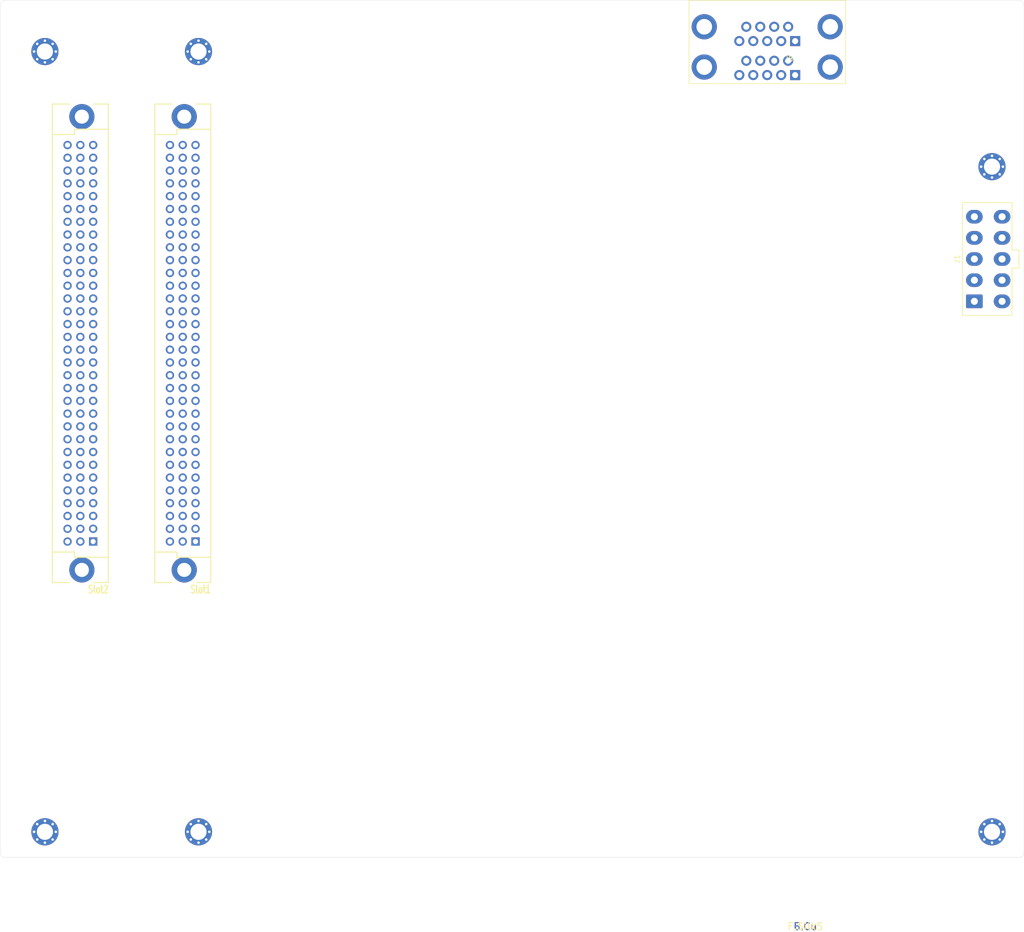
<source format=kicad_pcb>
(kicad_pcb (version 20171130) (host pcbnew 5.1.9)

  (general
    (thickness 1.6)
    (drawings 11)
    (tracks 0)
    (zones 0)
    (modules 10)
    (nets 99)
  )

  (page A4)
  (title_block
    (title "My68k - MainBoard")
    (date 2021-08-11)
    (rev 1.0)
    (comment 1 "Kenneth Keeley")
  )

  (layers
    (0 F.Cu signal)
    (31 B.Cu signal)
    (34 B.Paste user)
    (35 F.Paste user)
    (36 B.SilkS user)
    (37 F.SilkS user)
    (38 B.Mask user)
    (39 F.Mask user)
    (44 Edge.Cuts user)
    (45 Margin user)
    (46 B.CrtYd user hide)
    (47 F.CrtYd user hide)
    (48 B.Fab user hide)
    (49 F.Fab user hide)
  )

  (setup
    (last_trace_width 0.25)
    (trace_clearance 0.2)
    (zone_clearance 0.508)
    (zone_45_only no)
    (trace_min 0.2)
    (via_size 0.8)
    (via_drill 0.4)
    (via_min_size 0.4)
    (via_min_drill 0.3)
    (uvia_size 0.3)
    (uvia_drill 0.1)
    (uvias_allowed no)
    (uvia_min_size 0.2)
    (uvia_min_drill 0.1)
    (edge_width 0.05)
    (segment_width 0.2)
    (pcb_text_width 0.3)
    (pcb_text_size 1.5 1.5)
    (mod_edge_width 0.12)
    (mod_text_size 1 1)
    (mod_text_width 0.15)
    (pad_size 1.524 1.524)
    (pad_drill 0.762)
    (pad_to_mask_clearance 0.051)
    (solder_mask_min_width 0.25)
    (aux_axis_origin 0 0)
    (grid_origin 86.27 25.07)
    (visible_elements 7FFFF7FF)
    (pcbplotparams
      (layerselection 0x01020_ffffffff)
      (usegerberextensions false)
      (usegerberattributes false)
      (usegerberadvancedattributes false)
      (creategerberjobfile false)
      (excludeedgelayer false)
      (linewidth 0.100000)
      (plotframeref true)
      (viasonmask false)
      (mode 1)
      (useauxorigin false)
      (hpglpennumber 1)
      (hpglpenspeed 20)
      (hpglpendiameter 15.000000)
      (psnegative false)
      (psa4output false)
      (plotreference true)
      (plotvalue true)
      (plotinvisibletext false)
      (padsonsilk false)
      (subtractmaskfromsilk false)
      (outputformat 4)
      (mirror false)
      (drillshape 2)
      (scaleselection 1)
      (outputdirectory "../../Resources/Outputs/PCB/"))
  )

  (net 0 "")
  (net 1 GND)
  (net 2 +5V)
  (net 3 A15)
  (net 4 A14)
  (net 5 A13)
  (net 6 A12)
  (net 7 A11)
  (net 8 A10)
  (net 9 A9)
  (net 10 A8)
  (net 11 nBR)
  (net 12 nHalt)
  (net 13 A24)
  (net 14 A23)
  (net 15 A22)
  (net 16 A21)
  (net 17 A20)
  (net 18 A19)
  (net 19 A18)
  (net 20 A17)
  (net 21 A16)
  (net 22 nReset)
  (net 23 D15)
  (net 24 D14)
  (net 25 D13)
  (net 26 D12)
  (net 27 D11)
  (net 28 D10)
  (net 29 D9)
  (net 30 D8)
  (net 31 nIRQ1)
  (net 32 nIRQ2)
  (net 33 nIRQ3)
  (net 34 nIRQ4)
  (net 35 nIRQ5)
  (net 36 nIRQ6)
  (net 37 nIRQ7)
  (net 38 nDSACK1)
  (net 39 nDSACK0)
  (net 40 nSTERM)
  (net 41 D31)
  (net 42 D30)
  (net 43 D29)
  (net 44 D28)
  (net 45 D27)
  (net 46 D26)
  (net 47 D25)
  (net 48 D24)
  (net 49 nAS)
  (net 50 D23)
  (net 51 D22)
  (net 52 D21)
  (net 53 D20)
  (net 54 D19)
  (net 55 D18)
  (net 56 D17)
  (net 57 D16)
  (net 58 A7)
  (net 59 A6)
  (net 60 A5)
  (net 61 A4)
  (net 62 A3)
  (net 63 A2)
  (net 64 A1)
  (net 65 A0)
  (net 66 nBGACK)
  (net 67 A31)
  (net 68 A30)
  (net 69 A29)
  (net 70 A28)
  (net 71 A27)
  (net 72 A26)
  (net 73 A25)
  (net 74 SIZ1)
  (net 75 SIZ0)
  (net 76 nWR)
  (net 77 D7)
  (net 78 D6)
  (net 79 D5)
  (net 80 D4)
  (net 81 D3)
  (net 82 D2)
  (net 83 D1)
  (net 84 D0)
  (net 85 "/Expansion Slot 2/nIACKIN")
  (net 86 "/Expansion Slot 1/nIACKIN")
  (net 87 "/Expansion Slot 2/nBGIN")
  (net 88 "/Expansion Slot 1/nBGIN")
  (net 89 "/Expansion Slot 1/nID")
  (net 90 "/Expansion Slot 2/nID")
  (net 91 "Net-(J8-Pad8B)")
  (net 92 "Net-(J8-Pad8A)")
  (net 93 "Net-(J8-Pad7B)")
  (net 94 "Net-(J8-Pad7A)")
  (net 95 "Net-(J8-Pad3B)")
  (net 96 "Net-(J8-Pad3A)")
  (net 97 "Net-(J8-Pad2B)")
  (net 98 "Net-(J8-Pad2A)")

  (net_class Default "This is the default net class."
    (clearance 0.2)
    (trace_width 0.25)
    (via_dia 0.8)
    (via_drill 0.4)
    (uvia_dia 0.3)
    (uvia_drill 0.1)
    (add_net +5V)
    (add_net "/Expansion Slot 1/nBGIN")
    (add_net "/Expansion Slot 1/nIACKIN")
    (add_net "/Expansion Slot 1/nID")
    (add_net "/Expansion Slot 2/nBGIN")
    (add_net "/Expansion Slot 2/nBGOUT")
    (add_net "/Expansion Slot 2/nIACKIN")
    (add_net "/Expansion Slot 2/nIACKOUT")
    (add_net "/Expansion Slot 2/nID")
    (add_net A0)
    (add_net A1)
    (add_net A10)
    (add_net A11)
    (add_net A12)
    (add_net A13)
    (add_net A14)
    (add_net A15)
    (add_net A16)
    (add_net A17)
    (add_net A18)
    (add_net A19)
    (add_net A2)
    (add_net A20)
    (add_net A21)
    (add_net A22)
    (add_net A23)
    (add_net A24)
    (add_net A25)
    (add_net A26)
    (add_net A27)
    (add_net A28)
    (add_net A29)
    (add_net A3)
    (add_net A30)
    (add_net A31)
    (add_net A4)
    (add_net A5)
    (add_net A6)
    (add_net A7)
    (add_net A8)
    (add_net A9)
    (add_net AS_RTC)
    (add_net D0)
    (add_net D1)
    (add_net D10)
    (add_net D11)
    (add_net D12)
    (add_net D13)
    (add_net D14)
    (add_net D15)
    (add_net D16)
    (add_net D17)
    (add_net D18)
    (add_net D19)
    (add_net D2)
    (add_net D20)
    (add_net D21)
    (add_net D22)
    (add_net D23)
    (add_net D24)
    (add_net D25)
    (add_net D26)
    (add_net D27)
    (add_net D28)
    (add_net D29)
    (add_net D3)
    (add_net D30)
    (add_net D31)
    (add_net D4)
    (add_net D5)
    (add_net D6)
    (add_net D7)
    (add_net D8)
    (add_net D9)
    (add_net DEC_TDO)
    (add_net DRAM_TDO)
    (add_net DS_RTC)
    (add_net DTACK_ATA)
    (add_net GND)
    (add_net IRQ_ATA)
    (add_net IRQ_K)
    (add_net IRQ_M)
    (add_net "Net-(J1-Pad10)")
    (add_net "Net-(J1-Pad5)")
    (add_net "Net-(J8-Pad1A)")
    (add_net "Net-(J8-Pad1B)")
    (add_net "Net-(J8-Pad2A)")
    (add_net "Net-(J8-Pad2B)")
    (add_net "Net-(J8-Pad3A)")
    (add_net "Net-(J8-Pad3B)")
    (add_net "Net-(J8-Pad4A)")
    (add_net "Net-(J8-Pad4B)")
    (add_net "Net-(J8-Pad6A)")
    (add_net "Net-(J8-Pad6B)")
    (add_net "Net-(J8-Pad7A)")
    (add_net "Net-(J8-Pad7B)")
    (add_net "Net-(J8-Pad8A)")
    (add_net "Net-(J8-Pad8B)")
    (add_net "Net-(J8-Pad9A)")
    (add_net "Net-(J8-Pad9B)")
    (add_net "Net-(U11-Pad15)")
    (add_net "Net-(U11-Pad16)")
    (add_net "Net-(U11-Pad17)")
    (add_net "Net-(U11-Pad29)")
    (add_net "Net-(U11-Pad3)")
    (add_net "Net-(U11-Pad30)")
    (add_net "Net-(U11-Pad31)")
    (add_net "Net-(U11-Pad40)")
    (add_net "Net-(U11-Pad42)")
    (add_net "Net-(U11-Pad43)")
    (add_net "Net-(U201-PadB01)")
    (add_net "Net-(U201-PadC02)")
    (add_net "Net-(U201-PadD03)")
    (add_net "Net-(U201-PadE13)")
    (add_net "Net-(U201-PadJ13)")
    (add_net "Net-(U201-PadK01)")
    (add_net "Net-(U201-PadM01)")
    (add_net "Net-(U201-PadM02)")
    (add_net "Net-(U401-Pad19)")
    (add_net "Net-(U401-Pad22)")
    (add_net "Net-(U401-Pad25)")
    (add_net "Net-(U401-Pad42)")
    (add_net "Net-(U401-Pad43)")
    (add_net "Net-(U401-Pad63)")
    (add_net "Net-(U501-Pad14)")
    (add_net "Net-(U501-Pad15)")
    (add_net "Net-(X501-Pad1)")
    (add_net PS2_CLK)
    (add_net SIZ0)
    (add_net SIZ1)
    (add_net nAS)
    (add_net nBGACK)
    (add_net nBR)
    (add_net nCS_ATA)
    (add_net nCS_ATA0)
    (add_net nCS_ATA1)
    (add_net nCS_PS2)
    (add_net nCS_RTC)
    (add_net nDSACK0)
    (add_net nDSACK1)
    (add_net nHalt)
    (add_net nIRQ1)
    (add_net nIRQ2)
    (add_net nIRQ3)
    (add_net nIRQ4)
    (add_net nIRQ5)
    (add_net nIRQ6)
    (add_net nIRQ7)
    (add_net nPS_Off)
    (add_net nReset)
    (add_net nSTERM)
    (add_net nWR)
  )

  (module My68k:178-009-613 locked (layer F.Cu) (tedit 5E579448) (tstamp 623A7B90)
    (at 204.68 22.99 180)
    (descr "Dual DB9, Male on Male")
    (path /6108A601/611C7381)
    (fp_text reference J8 (at 1.27 -3.56) (layer F.SilkS)
      (effects (font (size 1 1) (thickness 0.15)))
    )
    (fp_text value 178-009-613 (at 1.27 2.79) (layer F.Fab)
      (effects (font (size 1 1) (thickness 0.15)))
    )
    (fp_line (start -10 8.08) (end -10 -8.45) (layer F.SilkS) (width 0.15))
    (fp_line (start -10 -8.45) (end 21.05 -8.45) (layer F.SilkS) (width 0.15))
    (fp_line (start 21.05 -8.45) (end 21.05 8.08) (layer F.SilkS) (width 0.15))
    (fp_line (start -10 8.08) (end 21.05 8.08) (layer F.SilkS) (width 0.15))
    (pad MH2B thru_hole circle (at 18.035 -5.16 180) (size 5 5) (drill 3.1) (layers *.Cu *.Mask))
    (pad MH2A thru_hole circle (at 18.035 2.84 180) (size 5 5) (drill 3.1) (layers *.Cu *.Mask))
    (pad MH1B thru_hole circle (at -6.955 -5.16 180) (size 5 5) (drill 3.1) (layers *.Cu *.Mask))
    (pad MH1A thru_hole circle (at -6.955 2.84 180) (size 5 5) (drill 3.1) (layers *.Cu *.Mask))
    (pad 9B thru_hole circle (at 9.695 -3.91 180) (size 2 2) (drill 1.2) (layers *.Cu *.Mask))
    (pad 9A thru_hole circle (at 9.695 2.84 180) (size 2 2) (drill 1.2) (layers *.Cu *.Mask))
    (pad 8B thru_hole circle (at 6.925 -3.91 180) (size 2 2) (drill 1.2) (layers *.Cu *.Mask)
      (net 91 "Net-(J8-Pad8B)"))
    (pad 8A thru_hole circle (at 6.925 2.84 180) (size 2 2) (drill 1.2) (layers *.Cu *.Mask)
      (net 92 "Net-(J8-Pad8A)"))
    (pad 7B thru_hole circle (at 4.155 -3.91 180) (size 2 2) (drill 1.2) (layers *.Cu *.Mask)
      (net 93 "Net-(J8-Pad7B)"))
    (pad 7A thru_hole circle (at 4.155 2.84 180) (size 2 2) (drill 1.2) (layers *.Cu *.Mask)
      (net 94 "Net-(J8-Pad7A)"))
    (pad 6B thru_hole circle (at 1.385 -3.91 180) (size 2 2) (drill 1.2) (layers *.Cu *.Mask))
    (pad 6A thru_hole circle (at 1.385 2.84 180) (size 2 2) (drill 1.2) (layers *.Cu *.Mask))
    (pad 5B thru_hole circle (at 11.08 -6.75 180) (size 2 2) (drill 1.2) (layers *.Cu *.Mask)
      (net 1 GND))
    (pad 5A thru_hole circle (at 11.08 0 270) (size 2 2) (drill 1.2) (layers *.Cu *.Mask)
      (net 1 GND))
    (pad 4B thru_hole circle (at 8.31 -6.75 180) (size 2 2) (drill 1.2) (layers *.Cu *.Mask))
    (pad 4A thru_hole circle (at 8.31 0 270) (size 2 2) (drill 1.2) (layers *.Cu *.Mask))
    (pad 3B thru_hole circle (at 5.54 -6.75 180) (size 2 2) (drill 1.2) (layers *.Cu *.Mask)
      (net 95 "Net-(J8-Pad3B)"))
    (pad 3A thru_hole circle (at 5.54 0 270) (size 2 2) (drill 1.2) (layers *.Cu *.Mask)
      (net 96 "Net-(J8-Pad3A)"))
    (pad 2B thru_hole circle (at 2.77 -6.75 180) (size 2 2) (drill 1.2) (layers *.Cu *.Mask)
      (net 97 "Net-(J8-Pad2B)"))
    (pad 2A thru_hole circle (at 2.77 0 270) (size 2 2) (drill 1.2) (layers *.Cu *.Mask)
      (net 98 "Net-(J8-Pad2A)"))
    (pad 1B thru_hole rect (at 0 -6.75 180) (size 2 2) (drill 1.2) (layers *.Cu *.Mask))
    (pad 1A thru_hole rect (at 0 0 270) (size 2 2) (drill 1.2) (layers *.Cu *.Mask))
    (model ${MYLIBPATH}/My68k.3dshapes/178-009-613.wrl
      (at (xyz 0 0 0))
      (scale (xyz 1 1 1))
      (rotate (xyz 0 0 0))
    )
  )

  (module My68k:DIN41612-C-96-F locked (layer F.Cu) (tedit 59353C4E) (tstamp 623A58AE)
    (at 65.36 122.37 180)
    (descr "DIN41612, Type C, 96pin, Female")
    (path /61077C81/5A84B935)
    (fp_text reference Slot2 (at -1 -9.5) (layer F.SilkS)
      (effects (font (size 1.524 1.016) (thickness 0.254)))
    )
    (fp_text value DIN41612-C-96-F (at 10.16 39.37 90) (layer F.SilkS) hide
      (effects (font (size 1.524 1.016) (thickness 0.254)))
    )
    (fp_line (start -3.01 81.87) (end 3.7 81.87) (layer F.SilkS) (width 0.2))
    (fp_line (start 3.7 80.82) (end 3.7 81.87) (layer F.SilkS) (width 0.2))
    (fp_line (start 3.7 80.82) (end 8.09 80.82) (layer F.SilkS) (width 0.2))
    (fp_line (start -3.01 -3.13) (end 3.7 -3.13) (layer F.SilkS) (width 0.2))
    (fp_line (start 3.7 -3.13) (end 3.7 -2.08) (layer F.SilkS) (width 0.2))
    (fp_line (start 3.81 -2.08) (end 8.09 -2.08) (layer F.SilkS) (width 0.2))
    (fp_line (start -0.13 86.87) (end -3.01 86.87) (layer F.SilkS) (width 0.2))
    (fp_line (start -3.01 86.87) (end -3.01 -8.13) (layer F.SilkS) (width 0.2))
    (fp_line (start -3.01 -8.13) (end -0.13 -8.13) (layer F.SilkS) (width 0.2))
    (fp_line (start 4.7 -8.13) (end 8.09 -8.13) (layer F.SilkS) (width 0.2))
    (fp_line (start 8.09 -8.13) (end 8.09 86.87) (layer F.SilkS) (width 0.2))
    (fp_line (start 8.09 86.87) (end 4.7 86.87) (layer F.SilkS) (width 0.2))
    (pad 34 thru_hole circle (at 2.24 84.37 90) (size 5 5) (drill 2.8) (layers *.Cu *.Mask)
      (net 1 GND))
    (pad 33 thru_hole circle (at 2.24 -5.63 90) (size 5 5) (drill 2.8) (layers *.Cu *.Mask)
      (net 1 GND))
    (pad C32 thru_hole circle (at 5.08 78.74 90) (size 1.65 1.65) (drill 1) (layers *.Cu *.Mask)
      (net 2 +5V))
    (pad C31 thru_hole circle (at 5.08 76.2 90) (size 1.65 1.65) (drill 1) (layers *.Cu *.Mask)
      (net 3 A15))
    (pad C30 thru_hole circle (at 5.08 73.66 90) (size 1.65 1.65) (drill 1) (layers *.Cu *.Mask)
      (net 4 A14))
    (pad C29 thru_hole circle (at 5.08 71.12 90) (size 1.65 1.65) (drill 1) (layers *.Cu *.Mask)
      (net 5 A13))
    (pad C28 thru_hole circle (at 5.08 68.58 90) (size 1.65 1.65) (drill 1) (layers *.Cu *.Mask)
      (net 6 A12))
    (pad C27 thru_hole circle (at 5.08 66.04 90) (size 1.65 1.65) (drill 1) (layers *.Cu *.Mask)
      (net 7 A11))
    (pad C26 thru_hole circle (at 5.08 63.5 90) (size 1.65 1.65) (drill 1) (layers *.Cu *.Mask)
      (net 8 A10))
    (pad C25 thru_hole circle (at 5.08 60.96 90) (size 1.65 1.65) (drill 1) (layers *.Cu *.Mask)
      (net 9 A9))
    (pad C24 thru_hole circle (at 5.08 58.42 90) (size 1.65 1.65) (drill 1) (layers *.Cu *.Mask)
      (net 10 A8))
    (pad C23 thru_hole circle (at 5.08 55.88 90) (size 1.65 1.65) (drill 1) (layers *.Cu *.Mask)
      (net 11 nBR))
    (pad C22 thru_hole circle (at 5.08 53.34 90) (size 1.65 1.65) (drill 1) (layers *.Cu *.Mask)
      (net 1 GND))
    (pad C21 thru_hole circle (at 5.08 50.8 90) (size 1.65 1.65) (drill 1) (layers *.Cu *.Mask)
      (net 90 "/Expansion Slot 2/nID"))
    (pad C20 thru_hole circle (at 5.08 48.26 90) (size 1.65 1.65) (drill 1) (layers *.Cu *.Mask)
      (net 12 nHalt))
    (pad C19 thru_hole circle (at 5.08 45.72 90) (size 1.65 1.65) (drill 1) (layers *.Cu *.Mask)
      (net 13 A24))
    (pad C18 thru_hole circle (at 5.08 43.18 90) (size 1.65 1.65) (drill 1) (layers *.Cu *.Mask)
      (net 14 A23))
    (pad C17 thru_hole circle (at 5.08 40.64 90) (size 1.65 1.65) (drill 1) (layers *.Cu *.Mask)
      (net 15 A22))
    (pad C16 thru_hole circle (at 5.08 38.1 90) (size 1.65 1.65) (drill 1) (layers *.Cu *.Mask)
      (net 16 A21))
    (pad C15 thru_hole circle (at 5.08 35.56 90) (size 1.65 1.65) (drill 1) (layers *.Cu *.Mask)
      (net 17 A20))
    (pad C14 thru_hole circle (at 5.08 33.02 90) (size 1.65 1.65) (drill 1) (layers *.Cu *.Mask)
      (net 18 A19))
    (pad C13 thru_hole circle (at 5.08 30.48 90) (size 1.65 1.65) (drill 1) (layers *.Cu *.Mask)
      (net 19 A18))
    (pad C12 thru_hole circle (at 5.08 27.94 90) (size 1.65 1.65) (drill 1) (layers *.Cu *.Mask)
      (net 20 A17))
    (pad C11 thru_hole circle (at 5.08 25.4 90) (size 1.65 1.65) (drill 1) (layers *.Cu *.Mask)
      (net 21 A16))
    (pad C10 thru_hole circle (at 5.08 22.86 90) (size 1.65 1.65) (drill 1) (layers *.Cu *.Mask)
      (net 1 GND))
    (pad C9 thru_hole circle (at 5.08 20.32 90) (size 1.65 1.65) (drill 1) (layers *.Cu *.Mask)
      (net 22 nReset))
    (pad C8 thru_hole circle (at 5.08 17.78 90) (size 1.65 1.65) (drill 1) (layers *.Cu *.Mask)
      (net 23 D15))
    (pad C7 thru_hole circle (at 5.08 15.24 90) (size 1.65 1.65) (drill 1) (layers *.Cu *.Mask)
      (net 24 D14))
    (pad C6 thru_hole circle (at 5.08 12.7 90) (size 1.65 1.65) (drill 1) (layers *.Cu *.Mask)
      (net 25 D13))
    (pad C5 thru_hole circle (at 5.08 10.16 90) (size 1.65 1.65) (drill 1) (layers *.Cu *.Mask)
      (net 26 D12))
    (pad C4 thru_hole circle (at 5.08 7.62 90) (size 1.65 1.65) (drill 1) (layers *.Cu *.Mask)
      (net 27 D11))
    (pad C3 thru_hole circle (at 5.08 5.08 90) (size 1.65 1.65) (drill 1) (layers *.Cu *.Mask)
      (net 28 D10))
    (pad C2 thru_hole circle (at 5.08 2.54 90) (size 1.65 1.65) (drill 1) (layers *.Cu *.Mask)
      (net 29 D9))
    (pad C1 thru_hole circle (at 5.08 0 90) (size 1.65 1.65) (drill 1) (layers *.Cu *.Mask)
      (net 30 D8))
    (pad B32 thru_hole circle (at 2.54 78.74 90) (size 1.65 1.65) (drill 1) (layers *.Cu *.Mask)
      (net 2 +5V))
    (pad B31 thru_hole circle (at 2.54 76.2 90) (size 1.65 1.65) (drill 1) (layers *.Cu *.Mask)
      (net 31 nIRQ1))
    (pad B30 thru_hole circle (at 2.54 73.66 90) (size 1.65 1.65) (drill 1) (layers *.Cu *.Mask)
      (net 32 nIRQ2))
    (pad B29 thru_hole circle (at 2.54 71.12 90) (size 1.65 1.65) (drill 1) (layers *.Cu *.Mask)
      (net 33 nIRQ3))
    (pad B28 thru_hole circle (at 2.54 68.58 90) (size 1.65 1.65) (drill 1) (layers *.Cu *.Mask)
      (net 34 nIRQ4))
    (pad B27 thru_hole circle (at 2.54 66.04 90) (size 1.65 1.65) (drill 1) (layers *.Cu *.Mask)
      (net 35 nIRQ5))
    (pad B26 thru_hole circle (at 2.54 63.5 90) (size 1.65 1.65) (drill 1) (layers *.Cu *.Mask)
      (net 36 nIRQ6))
    (pad B25 thru_hole circle (at 2.54 60.96 90) (size 1.65 1.65) (drill 1) (layers *.Cu *.Mask)
      (net 37 nIRQ7))
    (pad B24 thru_hole circle (at 2.54 58.42 90) (size 1.65 1.65) (drill 1) (layers *.Cu *.Mask)
      (net 38 nDSACK1))
    (pad B23 thru_hole circle (at 2.54 55.88 90) (size 1.65 1.65) (drill 1) (layers *.Cu *.Mask)
      (net 39 nDSACK0))
    (pad B22 thru_hole circle (at 2.54 53.34 90) (size 1.65 1.65) (drill 1) (layers *.Cu *.Mask)
      (net 1 GND))
    (pad B21 thru_hole circle (at 2.54 50.8 90) (size 1.65 1.65) (drill 1) (layers *.Cu *.Mask))
    (pad B20 thru_hole circle (at 2.54 48.26 90) (size 1.65 1.65) (drill 1) (layers *.Cu *.Mask)
      (net 85 "/Expansion Slot 2/nIACKIN"))
    (pad B19 thru_hole circle (at 2.54 45.72 90) (size 1.65 1.65) (drill 1) (layers *.Cu *.Mask)
      (net 40 nSTERM))
    (pad B18 thru_hole circle (at 2.54 43.18 90) (size 1.65 1.65) (drill 1) (layers *.Cu *.Mask)
      (net 41 D31))
    (pad B17 thru_hole circle (at 2.54 40.64 90) (size 1.65 1.65) (drill 1) (layers *.Cu *.Mask)
      (net 42 D30))
    (pad B16 thru_hole circle (at 2.54 38.1 90) (size 1.651 1.651) (drill 1) (layers *.Cu *.Mask)
      (net 43 D29))
    (pad B15 thru_hole circle (at 2.54 35.56 90) (size 1.65 1.65) (drill 1) (layers *.Cu *.Mask)
      (net 44 D28))
    (pad B14 thru_hole circle (at 2.54 33.02 90) (size 1.65 1.65) (drill 1) (layers *.Cu *.Mask)
      (net 45 D27))
    (pad B13 thru_hole circle (at 2.54 30.48 90) (size 1.65 1.65) (drill 1) (layers *.Cu *.Mask)
      (net 46 D26))
    (pad B12 thru_hole circle (at 2.54 27.94 90) (size 1.65 1.65) (drill 1) (layers *.Cu *.Mask)
      (net 47 D25))
    (pad B11 thru_hole circle (at 2.54 25.4 90) (size 1.65 1.65) (drill 1) (layers *.Cu *.Mask)
      (net 48 D24))
    (pad B10 thru_hole circle (at 2.54 22.86 90) (size 1.65 1.65) (drill 1) (layers *.Cu *.Mask)
      (net 1 GND))
    (pad B9 thru_hole circle (at 2.54 20.32 90) (size 1.65 1.65) (drill 1) (layers *.Cu *.Mask)
      (net 49 nAS))
    (pad B8 thru_hole circle (at 2.54 17.78 90) (size 1.65 1.65) (drill 1) (layers *.Cu *.Mask)
      (net 50 D23))
    (pad B7 thru_hole circle (at 2.54 15.24 90) (size 1.65 1.65) (drill 1) (layers *.Cu *.Mask)
      (net 51 D22))
    (pad B6 thru_hole circle (at 2.54 12.7 90) (size 1.65 1.65) (drill 1) (layers *.Cu *.Mask)
      (net 52 D21))
    (pad B5 thru_hole circle (at 2.54 10.16 90) (size 1.65 1.65) (drill 1) (layers *.Cu *.Mask)
      (net 53 D20))
    (pad B4 thru_hole circle (at 2.54 7.62 90) (size 1.65 1.65) (drill 1) (layers *.Cu *.Mask)
      (net 54 D19))
    (pad B3 thru_hole circle (at 2.54 5.08 90) (size 1.65 1.65) (drill 1) (layers *.Cu *.Mask)
      (net 55 D18))
    (pad B2 thru_hole circle (at 2.54 2.54 90) (size 1.65 1.65) (drill 1) (layers *.Cu *.Mask)
      (net 56 D17))
    (pad B1 thru_hole circle (at 2.54 0 90) (size 1.65 1.65) (drill 1) (layers *.Cu *.Mask)
      (net 57 D16))
    (pad A32 thru_hole circle (at 0 78.74 90) (size 1.65 1.65) (drill 1) (layers *.Cu *.Mask)
      (net 2 +5V))
    (pad A31 thru_hole circle (at 0 76.2 90) (size 1.65 1.65) (drill 1) (layers *.Cu *.Mask)
      (net 58 A7))
    (pad A30 thru_hole circle (at 0 73.66 90) (size 1.65 1.65) (drill 1) (layers *.Cu *.Mask)
      (net 59 A6))
    (pad A29 thru_hole circle (at 0 71.12 90) (size 1.65 1.65) (drill 1) (layers *.Cu *.Mask)
      (net 60 A5))
    (pad A28 thru_hole circle (at 0 68.58 90) (size 1.65 1.65) (drill 1) (layers *.Cu *.Mask)
      (net 61 A4))
    (pad A27 thru_hole circle (at 0 66.04 90) (size 1.65 1.65) (drill 1) (layers *.Cu *.Mask)
      (net 62 A3))
    (pad A26 thru_hole circle (at 0 63.5 90) (size 1.65 1.65) (drill 1) (layers *.Cu *.Mask)
      (net 63 A2))
    (pad A25 thru_hole circle (at 0 60.96 90) (size 1.65 1.65) (drill 1) (layers *.Cu *.Mask)
      (net 64 A1))
    (pad A24 thru_hole circle (at 0 58.42 90) (size 1.65 1.65) (drill 1) (layers *.Cu *.Mask)
      (net 65 A0))
    (pad A23 thru_hole circle (at 0 55.88 90) (size 1.65 1.65) (drill 1) (layers *.Cu *.Mask)
      (net 66 nBGACK))
    (pad A22 thru_hole circle (at 0 53.34 90) (size 1.65 1.65) (drill 1) (layers *.Cu *.Mask)
      (net 1 GND))
    (pad A21 thru_hole circle (at 0 50.8 90) (size 1.65 1.65) (drill 1) (layers *.Cu *.Mask))
    (pad A20 thru_hole circle (at 0 48.26 90) (size 1.65 1.65) (drill 1) (layers *.Cu *.Mask)
      (net 87 "/Expansion Slot 2/nBGIN"))
    (pad A19 thru_hole circle (at 0 45.72 90) (size 1.65 1.65) (drill 1) (layers *.Cu *.Mask)
      (net 67 A31))
    (pad A18 thru_hole circle (at 0 43.18 90) (size 1.65 1.65) (drill 1) (layers *.Cu *.Mask)
      (net 68 A30))
    (pad A17 thru_hole circle (at 0 40.64 90) (size 1.65 1.65) (drill 1) (layers *.Cu *.Mask)
      (net 69 A29))
    (pad A16 thru_hole circle (at 0 38.1 90) (size 1.65 1.65) (drill 1) (layers *.Cu *.Mask)
      (net 70 A28))
    (pad A15 thru_hole circle (at 0 35.56 90) (size 1.65 1.65) (drill 1) (layers *.Cu *.Mask)
      (net 71 A27))
    (pad A14 thru_hole circle (at 0 33.02 90) (size 1.65 1.65) (drill 1) (layers *.Cu *.Mask)
      (net 72 A26))
    (pad A13 thru_hole circle (at 0 30.48 90) (size 1.65 1.65) (drill 1) (layers *.Cu *.Mask)
      (net 73 A25))
    (pad A12 thru_hole circle (at 0 27.94 90) (size 1.65 1.65) (drill 1) (layers *.Cu *.Mask)
      (net 74 SIZ1))
    (pad A11 thru_hole circle (at 0 25.4 90) (size 1.65 1.65) (drill 1) (layers *.Cu *.Mask)
      (net 75 SIZ0))
    (pad A10 thru_hole circle (at 0 22.86 90) (size 1.65 1.65) (drill 1) (layers *.Cu *.Mask)
      (net 1 GND))
    (pad A9 thru_hole circle (at 0 20.32 90) (size 1.65 1.65) (drill 1) (layers *.Cu *.Mask)
      (net 76 nWR))
    (pad A8 thru_hole circle (at 0 17.78 90) (size 1.65 1.65) (drill 1) (layers *.Cu *.Mask)
      (net 77 D7))
    (pad A7 thru_hole circle (at 0 15.24 90) (size 1.65 1.65) (drill 1) (layers *.Cu *.Mask)
      (net 78 D6))
    (pad A6 thru_hole circle (at 0 12.7 90) (size 1.65 1.65) (drill 1) (layers *.Cu *.Mask)
      (net 79 D5))
    (pad A5 thru_hole circle (at 0 10.16 90) (size 1.65 1.65) (drill 1) (layers *.Cu *.Mask)
      (net 80 D4))
    (pad A4 thru_hole circle (at 0 7.62 90) (size 1.65 1.65) (drill 1) (layers *.Cu *.Mask)
      (net 81 D3))
    (pad A3 thru_hole circle (at 0 5.08 90) (size 1.65 1.65) (drill 1) (layers *.Cu *.Mask)
      (net 82 D2))
    (pad A2 thru_hole circle (at 0 2.54 90) (size 1.65 1.65) (drill 1) (layers *.Cu *.Mask)
      (net 83 D1))
    (pad A1 thru_hole trapezoid (at 0 0 180) (size 1.65 1.65) (drill 1) (layers *.Cu *.Mask)
      (net 84 D0))
    (model ${MYLIBPATH}/My68k.3dshapes/DIN41612-C-96-F.wrl
      (at (xyz 0 0 0))
      (scale (xyz 1 1 1))
      (rotate (xyz 0 0 0))
    )
  )

  (module My68k:DIN41612-C-96-F locked (layer F.Cu) (tedit 59353C4E) (tstamp 623A583C)
    (at 85.68 122.37 180)
    (descr "DIN41612, Type C, 96pin, Female")
    (path /61077BCB/5A84B935)
    (fp_text reference Slot1 (at -1 -9.5) (layer F.SilkS)
      (effects (font (size 1.524 1.016) (thickness 0.254)))
    )
    (fp_text value DIN41612-C-96-F (at 10.16 39.37 90) (layer F.SilkS) hide
      (effects (font (size 1.524 1.016) (thickness 0.254)))
    )
    (fp_line (start -3.01 81.87) (end 3.7 81.87) (layer F.SilkS) (width 0.2))
    (fp_line (start 3.7 80.82) (end 3.7 81.87) (layer F.SilkS) (width 0.2))
    (fp_line (start 3.7 80.82) (end 8.09 80.82) (layer F.SilkS) (width 0.2))
    (fp_line (start -3.01 -3.13) (end 3.7 -3.13) (layer F.SilkS) (width 0.2))
    (fp_line (start 3.7 -3.13) (end 3.7 -2.08) (layer F.SilkS) (width 0.2))
    (fp_line (start 3.81 -2.08) (end 8.09 -2.08) (layer F.SilkS) (width 0.2))
    (fp_line (start -0.13 86.87) (end -3.01 86.87) (layer F.SilkS) (width 0.2))
    (fp_line (start -3.01 86.87) (end -3.01 -8.13) (layer F.SilkS) (width 0.2))
    (fp_line (start -3.01 -8.13) (end -0.13 -8.13) (layer F.SilkS) (width 0.2))
    (fp_line (start 4.7 -8.13) (end 8.09 -8.13) (layer F.SilkS) (width 0.2))
    (fp_line (start 8.09 -8.13) (end 8.09 86.87) (layer F.SilkS) (width 0.2))
    (fp_line (start 8.09 86.87) (end 4.7 86.87) (layer F.SilkS) (width 0.2))
    (pad 34 thru_hole circle (at 2.24 84.37 90) (size 5 5) (drill 2.8) (layers *.Cu *.Mask)
      (net 1 GND))
    (pad 33 thru_hole circle (at 2.24 -5.63 90) (size 5 5) (drill 2.8) (layers *.Cu *.Mask)
      (net 1 GND))
    (pad C32 thru_hole circle (at 5.08 78.74 90) (size 1.65 1.65) (drill 1) (layers *.Cu *.Mask)
      (net 2 +5V))
    (pad C31 thru_hole circle (at 5.08 76.2 90) (size 1.65 1.65) (drill 1) (layers *.Cu *.Mask)
      (net 3 A15))
    (pad C30 thru_hole circle (at 5.08 73.66 90) (size 1.65 1.65) (drill 1) (layers *.Cu *.Mask)
      (net 4 A14))
    (pad C29 thru_hole circle (at 5.08 71.12 90) (size 1.65 1.65) (drill 1) (layers *.Cu *.Mask)
      (net 5 A13))
    (pad C28 thru_hole circle (at 5.08 68.58 90) (size 1.65 1.65) (drill 1) (layers *.Cu *.Mask)
      (net 6 A12))
    (pad C27 thru_hole circle (at 5.08 66.04 90) (size 1.65 1.65) (drill 1) (layers *.Cu *.Mask)
      (net 7 A11))
    (pad C26 thru_hole circle (at 5.08 63.5 90) (size 1.65 1.65) (drill 1) (layers *.Cu *.Mask)
      (net 8 A10))
    (pad C25 thru_hole circle (at 5.08 60.96 90) (size 1.65 1.65) (drill 1) (layers *.Cu *.Mask)
      (net 9 A9))
    (pad C24 thru_hole circle (at 5.08 58.42 90) (size 1.65 1.65) (drill 1) (layers *.Cu *.Mask)
      (net 10 A8))
    (pad C23 thru_hole circle (at 5.08 55.88 90) (size 1.65 1.65) (drill 1) (layers *.Cu *.Mask)
      (net 11 nBR))
    (pad C22 thru_hole circle (at 5.08 53.34 90) (size 1.65 1.65) (drill 1) (layers *.Cu *.Mask)
      (net 1 GND))
    (pad C21 thru_hole circle (at 5.08 50.8 90) (size 1.65 1.65) (drill 1) (layers *.Cu *.Mask)
      (net 89 "/Expansion Slot 1/nID"))
    (pad C20 thru_hole circle (at 5.08 48.26 90) (size 1.65 1.65) (drill 1) (layers *.Cu *.Mask)
      (net 12 nHalt))
    (pad C19 thru_hole circle (at 5.08 45.72 90) (size 1.65 1.65) (drill 1) (layers *.Cu *.Mask)
      (net 13 A24))
    (pad C18 thru_hole circle (at 5.08 43.18 90) (size 1.65 1.65) (drill 1) (layers *.Cu *.Mask)
      (net 14 A23))
    (pad C17 thru_hole circle (at 5.08 40.64 90) (size 1.65 1.65) (drill 1) (layers *.Cu *.Mask)
      (net 15 A22))
    (pad C16 thru_hole circle (at 5.08 38.1 90) (size 1.65 1.65) (drill 1) (layers *.Cu *.Mask)
      (net 16 A21))
    (pad C15 thru_hole circle (at 5.08 35.56 90) (size 1.65 1.65) (drill 1) (layers *.Cu *.Mask)
      (net 17 A20))
    (pad C14 thru_hole circle (at 5.08 33.02 90) (size 1.65 1.65) (drill 1) (layers *.Cu *.Mask)
      (net 18 A19))
    (pad C13 thru_hole circle (at 5.08 30.48 90) (size 1.65 1.65) (drill 1) (layers *.Cu *.Mask)
      (net 19 A18))
    (pad C12 thru_hole circle (at 5.08 27.94 90) (size 1.65 1.65) (drill 1) (layers *.Cu *.Mask)
      (net 20 A17))
    (pad C11 thru_hole circle (at 5.08 25.4 90) (size 1.65 1.65) (drill 1) (layers *.Cu *.Mask)
      (net 21 A16))
    (pad C10 thru_hole circle (at 5.08 22.86 90) (size 1.65 1.65) (drill 1) (layers *.Cu *.Mask)
      (net 1 GND))
    (pad C9 thru_hole circle (at 5.08 20.32 90) (size 1.65 1.65) (drill 1) (layers *.Cu *.Mask)
      (net 22 nReset))
    (pad C8 thru_hole circle (at 5.08 17.78 90) (size 1.65 1.65) (drill 1) (layers *.Cu *.Mask)
      (net 23 D15))
    (pad C7 thru_hole circle (at 5.08 15.24 90) (size 1.65 1.65) (drill 1) (layers *.Cu *.Mask)
      (net 24 D14))
    (pad C6 thru_hole circle (at 5.08 12.7 90) (size 1.65 1.65) (drill 1) (layers *.Cu *.Mask)
      (net 25 D13))
    (pad C5 thru_hole circle (at 5.08 10.16 90) (size 1.65 1.65) (drill 1) (layers *.Cu *.Mask)
      (net 26 D12))
    (pad C4 thru_hole circle (at 5.08 7.62 90) (size 1.65 1.65) (drill 1) (layers *.Cu *.Mask)
      (net 27 D11))
    (pad C3 thru_hole circle (at 5.08 5.08 90) (size 1.65 1.65) (drill 1) (layers *.Cu *.Mask)
      (net 28 D10))
    (pad C2 thru_hole circle (at 5.08 2.54 90) (size 1.65 1.65) (drill 1) (layers *.Cu *.Mask)
      (net 29 D9))
    (pad C1 thru_hole circle (at 5.08 0 90) (size 1.65 1.65) (drill 1) (layers *.Cu *.Mask)
      (net 30 D8))
    (pad B32 thru_hole circle (at 2.54 78.74 90) (size 1.65 1.65) (drill 1) (layers *.Cu *.Mask)
      (net 2 +5V))
    (pad B31 thru_hole circle (at 2.54 76.2 90) (size 1.65 1.65) (drill 1) (layers *.Cu *.Mask)
      (net 31 nIRQ1))
    (pad B30 thru_hole circle (at 2.54 73.66 90) (size 1.65 1.65) (drill 1) (layers *.Cu *.Mask)
      (net 32 nIRQ2))
    (pad B29 thru_hole circle (at 2.54 71.12 90) (size 1.65 1.65) (drill 1) (layers *.Cu *.Mask)
      (net 33 nIRQ3))
    (pad B28 thru_hole circle (at 2.54 68.58 90) (size 1.65 1.65) (drill 1) (layers *.Cu *.Mask)
      (net 34 nIRQ4))
    (pad B27 thru_hole circle (at 2.54 66.04 90) (size 1.65 1.65) (drill 1) (layers *.Cu *.Mask)
      (net 35 nIRQ5))
    (pad B26 thru_hole circle (at 2.54 63.5 90) (size 1.65 1.65) (drill 1) (layers *.Cu *.Mask)
      (net 36 nIRQ6))
    (pad B25 thru_hole circle (at 2.54 60.96 90) (size 1.65 1.65) (drill 1) (layers *.Cu *.Mask)
      (net 37 nIRQ7))
    (pad B24 thru_hole circle (at 2.54 58.42 90) (size 1.65 1.65) (drill 1) (layers *.Cu *.Mask)
      (net 38 nDSACK1))
    (pad B23 thru_hole circle (at 2.54 55.88 90) (size 1.65 1.65) (drill 1) (layers *.Cu *.Mask)
      (net 39 nDSACK0))
    (pad B22 thru_hole circle (at 2.54 53.34 90) (size 1.65 1.65) (drill 1) (layers *.Cu *.Mask)
      (net 1 GND))
    (pad B21 thru_hole circle (at 2.54 50.8 90) (size 1.65 1.65) (drill 1) (layers *.Cu *.Mask)
      (net 85 "/Expansion Slot 2/nIACKIN"))
    (pad B20 thru_hole circle (at 2.54 48.26 90) (size 1.65 1.65) (drill 1) (layers *.Cu *.Mask)
      (net 86 "/Expansion Slot 1/nIACKIN"))
    (pad B19 thru_hole circle (at 2.54 45.72 90) (size 1.65 1.65) (drill 1) (layers *.Cu *.Mask)
      (net 40 nSTERM))
    (pad B18 thru_hole circle (at 2.54 43.18 90) (size 1.65 1.65) (drill 1) (layers *.Cu *.Mask)
      (net 41 D31))
    (pad B17 thru_hole circle (at 2.54 40.64 90) (size 1.65 1.65) (drill 1) (layers *.Cu *.Mask)
      (net 42 D30))
    (pad B16 thru_hole circle (at 2.54 38.1 90) (size 1.651 1.651) (drill 1) (layers *.Cu *.Mask)
      (net 43 D29))
    (pad B15 thru_hole circle (at 2.54 35.56 90) (size 1.65 1.65) (drill 1) (layers *.Cu *.Mask)
      (net 44 D28))
    (pad B14 thru_hole circle (at 2.54 33.02 90) (size 1.65 1.65) (drill 1) (layers *.Cu *.Mask)
      (net 45 D27))
    (pad B13 thru_hole circle (at 2.54 30.48 90) (size 1.65 1.65) (drill 1) (layers *.Cu *.Mask)
      (net 46 D26))
    (pad B12 thru_hole circle (at 2.54 27.94 90) (size 1.65 1.65) (drill 1) (layers *.Cu *.Mask)
      (net 47 D25))
    (pad B11 thru_hole circle (at 2.54 25.4 90) (size 1.65 1.65) (drill 1) (layers *.Cu *.Mask)
      (net 48 D24))
    (pad B10 thru_hole circle (at 2.54 22.86 90) (size 1.65 1.65) (drill 1) (layers *.Cu *.Mask)
      (net 1 GND))
    (pad B9 thru_hole circle (at 2.54 20.32 90) (size 1.65 1.65) (drill 1) (layers *.Cu *.Mask)
      (net 49 nAS))
    (pad B8 thru_hole circle (at 2.54 17.78 90) (size 1.65 1.65) (drill 1) (layers *.Cu *.Mask)
      (net 50 D23))
    (pad B7 thru_hole circle (at 2.54 15.24 90) (size 1.65 1.65) (drill 1) (layers *.Cu *.Mask)
      (net 51 D22))
    (pad B6 thru_hole circle (at 2.54 12.7 90) (size 1.65 1.65) (drill 1) (layers *.Cu *.Mask)
      (net 52 D21))
    (pad B5 thru_hole circle (at 2.54 10.16 90) (size 1.65 1.65) (drill 1) (layers *.Cu *.Mask)
      (net 53 D20))
    (pad B4 thru_hole circle (at 2.54 7.62 90) (size 1.65 1.65) (drill 1) (layers *.Cu *.Mask)
      (net 54 D19))
    (pad B3 thru_hole circle (at 2.54 5.08 90) (size 1.65 1.65) (drill 1) (layers *.Cu *.Mask)
      (net 55 D18))
    (pad B2 thru_hole circle (at 2.54 2.54 90) (size 1.65 1.65) (drill 1) (layers *.Cu *.Mask)
      (net 56 D17))
    (pad B1 thru_hole circle (at 2.54 0 90) (size 1.65 1.65) (drill 1) (layers *.Cu *.Mask)
      (net 57 D16))
    (pad A32 thru_hole circle (at 0 78.74 90) (size 1.65 1.65) (drill 1) (layers *.Cu *.Mask)
      (net 2 +5V))
    (pad A31 thru_hole circle (at 0 76.2 90) (size 1.65 1.65) (drill 1) (layers *.Cu *.Mask)
      (net 58 A7))
    (pad A30 thru_hole circle (at 0 73.66 90) (size 1.65 1.65) (drill 1) (layers *.Cu *.Mask)
      (net 59 A6))
    (pad A29 thru_hole circle (at 0 71.12 90) (size 1.65 1.65) (drill 1) (layers *.Cu *.Mask)
      (net 60 A5))
    (pad A28 thru_hole circle (at 0 68.58 90) (size 1.65 1.65) (drill 1) (layers *.Cu *.Mask)
      (net 61 A4))
    (pad A27 thru_hole circle (at 0 66.04 90) (size 1.65 1.65) (drill 1) (layers *.Cu *.Mask)
      (net 62 A3))
    (pad A26 thru_hole circle (at 0 63.5 90) (size 1.65 1.65) (drill 1) (layers *.Cu *.Mask)
      (net 63 A2))
    (pad A25 thru_hole circle (at 0 60.96 90) (size 1.65 1.65) (drill 1) (layers *.Cu *.Mask)
      (net 64 A1))
    (pad A24 thru_hole circle (at 0 58.42 90) (size 1.65 1.65) (drill 1) (layers *.Cu *.Mask)
      (net 65 A0))
    (pad A23 thru_hole circle (at 0 55.88 90) (size 1.65 1.65) (drill 1) (layers *.Cu *.Mask)
      (net 66 nBGACK))
    (pad A22 thru_hole circle (at 0 53.34 90) (size 1.65 1.65) (drill 1) (layers *.Cu *.Mask)
      (net 1 GND))
    (pad A21 thru_hole circle (at 0 50.8 90) (size 1.65 1.65) (drill 1) (layers *.Cu *.Mask)
      (net 87 "/Expansion Slot 2/nBGIN"))
    (pad A20 thru_hole circle (at 0 48.26 90) (size 1.65 1.65) (drill 1) (layers *.Cu *.Mask)
      (net 88 "/Expansion Slot 1/nBGIN"))
    (pad A19 thru_hole circle (at 0 45.72 90) (size 1.65 1.65) (drill 1) (layers *.Cu *.Mask)
      (net 67 A31))
    (pad A18 thru_hole circle (at 0 43.18 90) (size 1.65 1.65) (drill 1) (layers *.Cu *.Mask)
      (net 68 A30))
    (pad A17 thru_hole circle (at 0 40.64 90) (size 1.65 1.65) (drill 1) (layers *.Cu *.Mask)
      (net 69 A29))
    (pad A16 thru_hole circle (at 0 38.1 90) (size 1.65 1.65) (drill 1) (layers *.Cu *.Mask)
      (net 70 A28))
    (pad A15 thru_hole circle (at 0 35.56 90) (size 1.65 1.65) (drill 1) (layers *.Cu *.Mask)
      (net 71 A27))
    (pad A14 thru_hole circle (at 0 33.02 90) (size 1.65 1.65) (drill 1) (layers *.Cu *.Mask)
      (net 72 A26))
    (pad A13 thru_hole circle (at 0 30.48 90) (size 1.65 1.65) (drill 1) (layers *.Cu *.Mask)
      (net 73 A25))
    (pad A12 thru_hole circle (at 0 27.94 90) (size 1.65 1.65) (drill 1) (layers *.Cu *.Mask)
      (net 74 SIZ1))
    (pad A11 thru_hole circle (at 0 25.4 90) (size 1.65 1.65) (drill 1) (layers *.Cu *.Mask)
      (net 75 SIZ0))
    (pad A10 thru_hole circle (at 0 22.86 90) (size 1.65 1.65) (drill 1) (layers *.Cu *.Mask)
      (net 1 GND))
    (pad A9 thru_hole circle (at 0 20.32 90) (size 1.65 1.65) (drill 1) (layers *.Cu *.Mask)
      (net 76 nWR))
    (pad A8 thru_hole circle (at 0 17.78 90) (size 1.65 1.65) (drill 1) (layers *.Cu *.Mask)
      (net 77 D7))
    (pad A7 thru_hole circle (at 0 15.24 90) (size 1.65 1.65) (drill 1) (layers *.Cu *.Mask)
      (net 78 D6))
    (pad A6 thru_hole circle (at 0 12.7 90) (size 1.65 1.65) (drill 1) (layers *.Cu *.Mask)
      (net 79 D5))
    (pad A5 thru_hole circle (at 0 10.16 90) (size 1.65 1.65) (drill 1) (layers *.Cu *.Mask)
      (net 80 D4))
    (pad A4 thru_hole circle (at 0 7.62 90) (size 1.65 1.65) (drill 1) (layers *.Cu *.Mask)
      (net 81 D3))
    (pad A3 thru_hole circle (at 0 5.08 90) (size 1.65 1.65) (drill 1) (layers *.Cu *.Mask)
      (net 82 D2))
    (pad A2 thru_hole circle (at 0 2.54 90) (size 1.65 1.65) (drill 1) (layers *.Cu *.Mask)
      (net 83 D1))
    (pad A1 thru_hole trapezoid (at 0 0 180) (size 1.65 1.65) (drill 1) (layers *.Cu *.Mask)
      (net 84 D0))
    (model ${MYLIBPATH}/My68k.3dshapes/DIN41612-C-96-F.wrl
      (at (xyz 0 0 0))
      (scale (xyz 1 1 1))
      (rotate (xyz 0 0 0))
    )
  )

  (module My68k:39-28-1103 locked (layer F.Cu) (tedit 5E538FB4) (tstamp 623A5722)
    (at 240.25 74.67 90)
    (descr "Molex Mini-Fit Jr. Power Connectors, 39-28-x10x, 10 Pins")
    (tags "connector Molex Mini-Fit Jr")
    (path /5E5CD421/610A7587)
    (fp_text reference J1 (at 8.4 -3.45 90) (layer F.SilkS)
      (effects (font (size 1 1) (thickness 0.15)))
    )
    (fp_text value 39-28-1103 (at 8.4 9.95 90) (layer F.Fab)
      (effects (font (size 1 1) (thickness 0.15)))
    )
    (fp_line (start 8.4 -2.36) (end -2.81 -2.36) (layer F.SilkS) (width 0.15))
    (fp_line (start -2.81 -2.36) (end -2.81 7.46) (layer F.SilkS) (width 0.15))
    (fp_line (start -2.81 7.46) (end 6.59 7.46) (layer F.SilkS) (width 0.15))
    (fp_line (start 6.59 7.46) (end 6.59 8.86) (layer F.SilkS) (width 0.15))
    (fp_line (start 6.59 8.86) (end 8.4 8.86) (layer F.SilkS) (width 0.15))
    (fp_line (start 8.4 -2.36) (end 19.61 -2.36) (layer F.SilkS) (width 0.15))
    (fp_line (start 19.61 -2.36) (end 19.61 7.46) (layer F.SilkS) (width 0.15))
    (fp_line (start 19.61 7.46) (end 10.21 7.46) (layer F.SilkS) (width 0.15))
    (fp_line (start 10.21 7.46) (end 10.21 8.86) (layer F.SilkS) (width 0.15))
    (fp_line (start 10.21 8.86) (end 8.4 8.86) (layer F.SilkS) (width 0.15))
    (fp_line (start -3.2 -2.75) (end -3.2 9.25) (layer F.CrtYd) (width 0.05))
    (fp_line (start -3.2 9.25) (end 20 9.25) (layer F.CrtYd) (width 0.05))
    (fp_line (start 20 9.25) (end 20 -2.75) (layer F.CrtYd) (width 0.05))
    (fp_line (start 20 -2.75) (end -3.2 -2.75) (layer F.CrtYd) (width 0.05))
    (fp_text user %R (at 8.4 -1.55 90) (layer F.Fab)
      (effects (font (size 1 1) (thickness 0.15)))
    )
    (pad 10 thru_hole oval (at 16.8 5.5 90) (size 2.7 3.3) (drill 1.4) (layers *.Cu *.Mask))
    (pad 9 thru_hole oval (at 12.6 5.5 90) (size 2.7 3.3) (drill 1.4) (layers *.Cu *.Mask)
      (net 1 GND))
    (pad 8 thru_hole oval (at 8.4 5.5 90) (size 2.7 3.3) (drill 1.4) (layers *.Cu *.Mask)
      (net 1 GND))
    (pad 7 thru_hole oval (at 4.2 5.5 90) (size 2.7 3.3) (drill 1.4) (layers *.Cu *.Mask)
      (net 1 GND))
    (pad 6 thru_hole oval (at 0 5.5 90) (size 2.7 3.3) (drill 1.4) (layers *.Cu *.Mask)
      (net 1 GND))
    (pad 5 thru_hole oval (at 16.8 0 90) (size 2.7 3.3) (drill 1.4) (layers *.Cu *.Mask))
    (pad 4 thru_hole oval (at 12.6 0 90) (size 2.7 3.3) (drill 1.4) (layers *.Cu *.Mask)
      (net 2 +5V))
    (pad 3 thru_hole oval (at 8.4 0 90) (size 2.7 3.3) (drill 1.4) (layers *.Cu *.Mask)
      (net 2 +5V))
    (pad 2 thru_hole oval (at 4.2 0 90) (size 2.7 3.3) (drill 1.4) (layers *.Cu *.Mask)
      (net 2 +5V))
    (pad 1 thru_hole roundrect (at 0 0 90) (size 2.7 3.3) (drill 1.4) (layers *.Cu *.Mask) (roundrect_rratio 0.09259299999999999)
      (net 2 +5V))
    (model ${MYLIBPATH}/My68k.3dShapes/39-28-1103.wrl
      (at (xyz 0 0 0))
      (scale (xyz 1 1 1))
      (rotate (xyz 0 0 0))
    )
  )

  (module My68k:Mounting_Hole_M3 locked (layer F.Cu) (tedit 610735F7) (tstamp 610382E4)
    (at 243.75 180.01)
    (descr "Mounting Hole 3.2mm, M3")
    (tags "mounting hole 3.2mm m3")
    (path /5E56F1B9)
    (fp_text reference MH6 (at 0 -4.2) (layer F.Fab) hide
      (effects (font (size 1 1) (thickness 0.15)))
    )
    (fp_text value Mounting_Hole_M3 (at 0 4.2) (layer F.Fab)
      (effects (font (size 1 1) (thickness 0.15)))
    )
    (fp_circle (center 0 0) (end 2.7 0) (layer Cmts.User) (width 0.15))
    (fp_circle (center 0 0) (end 2.95 0) (layer F.CrtYd) (width 0.05))
    (pad "" thru_hole circle (at 1.527056 -1.527056) (size 0.8 0.8) (drill 0.5) (layers *.Cu))
    (pad "" thru_hole circle (at 0 -2.15) (size 0.8 0.8) (drill 0.5) (layers *.Cu))
    (pad "" thru_hole circle (at -1.527056 -1.527056) (size 0.8 0.8) (drill 0.5) (layers *.Cu))
    (pad "" thru_hole circle (at -2.15 0) (size 0.8 0.8) (drill 0.5) (layers *.Cu))
    (pad "" thru_hole circle (at -1.527056 1.527056) (size 0.8 0.8) (drill 0.5) (layers *.Cu))
    (pad "" thru_hole circle (at 0 2.15) (size 0.8 0.8) (drill 0.5) (layers *.Cu))
    (pad "" thru_hole circle (at 1.527056 1.527056) (size 0.8 0.8) (drill 0.5) (layers *.Cu))
    (pad "" thru_hole circle (at 2.15 0) (size 0.8 0.8) (drill 0.5) (layers *.Cu))
    (pad 1 thru_hole circle (at 0 0) (size 5.4 5.4) (drill 3.2) (layers *.Cu *.Mask)
      (net 1 GND))
  )

  (module My68k:Mounting_Hole_M3 locked (layer F.Cu) (tedit 610735F7) (tstamp 610382D5)
    (at 243.75 47.93)
    (descr "Mounting Hole 3.2mm, M3")
    (tags "mounting hole 3.2mm m3")
    (path /5E56B121)
    (fp_text reference MH5 (at 0 -4.2) (layer F.Fab) hide
      (effects (font (size 1 1) (thickness 0.15)))
    )
    (fp_text value Mounting_Hole_M3 (at 0 4.2) (layer F.Fab)
      (effects (font (size 1 1) (thickness 0.15)))
    )
    (fp_circle (center 0 0) (end 2.7 0) (layer Cmts.User) (width 0.15))
    (fp_circle (center 0 0) (end 2.95 0) (layer F.CrtYd) (width 0.05))
    (pad "" thru_hole circle (at 1.527056 -1.527056) (size 0.8 0.8) (drill 0.5) (layers *.Cu))
    (pad "" thru_hole circle (at 0 -2.15) (size 0.8 0.8) (drill 0.5) (layers *.Cu))
    (pad "" thru_hole circle (at -1.527056 -1.527056) (size 0.8 0.8) (drill 0.5) (layers *.Cu))
    (pad "" thru_hole circle (at -2.15 0) (size 0.8 0.8) (drill 0.5) (layers *.Cu))
    (pad "" thru_hole circle (at -1.527056 1.527056) (size 0.8 0.8) (drill 0.5) (layers *.Cu))
    (pad "" thru_hole circle (at 0 2.15) (size 0.8 0.8) (drill 0.5) (layers *.Cu))
    (pad "" thru_hole circle (at 1.527056 1.527056) (size 0.8 0.8) (drill 0.5) (layers *.Cu))
    (pad "" thru_hole circle (at 2.15 0) (size 0.8 0.8) (drill 0.5) (layers *.Cu))
    (pad 1 thru_hole circle (at 0 0) (size 5.4 5.4) (drill 3.2) (layers *.Cu *.Mask)
      (net 1 GND))
  )

  (module My68k:Mounting_Hole_M3 locked (layer F.Cu) (tedit 610735F7) (tstamp 610382C6)
    (at 86.27 180.01)
    (descr "Mounting Hole 3.2mm, M3")
    (tags "mounting hole 3.2mm m3")
    (path /5E567191)
    (fp_text reference MH4 (at 0 -4.2) (layer F.Fab) hide
      (effects (font (size 1 1) (thickness 0.15)))
    )
    (fp_text value Mounting_Hole_M3 (at 0 4.2) (layer F.Fab)
      (effects (font (size 1 1) (thickness 0.15)))
    )
    (fp_circle (center 0 0) (end 2.7 0) (layer Cmts.User) (width 0.15))
    (fp_circle (center 0 0) (end 2.95 0) (layer F.CrtYd) (width 0.05))
    (pad "" thru_hole circle (at 1.527056 -1.527056) (size 0.8 0.8) (drill 0.5) (layers *.Cu))
    (pad "" thru_hole circle (at 0 -2.15) (size 0.8 0.8) (drill 0.5) (layers *.Cu))
    (pad "" thru_hole circle (at -1.527056 -1.527056) (size 0.8 0.8) (drill 0.5) (layers *.Cu))
    (pad "" thru_hole circle (at -2.15 0) (size 0.8 0.8) (drill 0.5) (layers *.Cu))
    (pad "" thru_hole circle (at -1.527056 1.527056) (size 0.8 0.8) (drill 0.5) (layers *.Cu))
    (pad "" thru_hole circle (at 0 2.15) (size 0.8 0.8) (drill 0.5) (layers *.Cu))
    (pad "" thru_hole circle (at 1.527056 1.527056) (size 0.8 0.8) (drill 0.5) (layers *.Cu))
    (pad "" thru_hole circle (at 2.15 0) (size 0.8 0.8) (drill 0.5) (layers *.Cu))
    (pad 1 thru_hole circle (at 0 0) (size 5.4 5.4) (drill 3.2) (layers *.Cu *.Mask)
      (net 1 GND))
  )

  (module My68k:Mounting_Hole_M3 locked (layer F.Cu) (tedit 610735F7) (tstamp 610382B7)
    (at 86.27 25.07)
    (descr "Mounting Hole 3.2mm, M3")
    (tags "mounting hole 3.2mm m3")
    (path /5E5631EB)
    (fp_text reference MH3 (at 0 -4.2) (layer F.Fab) hide
      (effects (font (size 1 1) (thickness 0.15)))
    )
    (fp_text value Mounting_Hole_M3 (at 0 4.2) (layer F.Fab)
      (effects (font (size 1 1) (thickness 0.15)))
    )
    (fp_circle (center 0 0) (end 2.7 0) (layer Cmts.User) (width 0.15))
    (fp_circle (center 0 0) (end 2.95 0) (layer F.CrtYd) (width 0.05))
    (pad "" thru_hole circle (at 1.527056 -1.527056) (size 0.8 0.8) (drill 0.5) (layers *.Cu))
    (pad "" thru_hole circle (at 0 -2.15) (size 0.8 0.8) (drill 0.5) (layers *.Cu))
    (pad "" thru_hole circle (at -1.527056 -1.527056) (size 0.8 0.8) (drill 0.5) (layers *.Cu))
    (pad "" thru_hole circle (at -2.15 0) (size 0.8 0.8) (drill 0.5) (layers *.Cu))
    (pad "" thru_hole circle (at -1.527056 1.527056) (size 0.8 0.8) (drill 0.5) (layers *.Cu))
    (pad "" thru_hole circle (at 0 2.15) (size 0.8 0.8) (drill 0.5) (layers *.Cu))
    (pad "" thru_hole circle (at 1.527056 1.527056) (size 0.8 0.8) (drill 0.5) (layers *.Cu))
    (pad "" thru_hole circle (at 2.15 0) (size 0.8 0.8) (drill 0.5) (layers *.Cu))
    (pad 1 thru_hole circle (at 0 0) (size 5.4 5.4) (drill 3.2) (layers *.Cu *.Mask)
      (net 1 GND))
  )

  (module My68k:Mounting_Hole_M3 locked (layer F.Cu) (tedit 610735F7) (tstamp 610382A8)
    (at 55.79 180.01)
    (descr "Mounting Hole 3.2mm, M3")
    (tags "mounting hole 3.2mm m3")
    (path /5E55F285)
    (fp_text reference MH2 (at 0 -4.2) (layer F.Fab) hide
      (effects (font (size 1 1) (thickness 0.15)))
    )
    (fp_text value Mounting_Hole_M3 (at 0 4.2) (layer F.Fab)
      (effects (font (size 1 1) (thickness 0.15)))
    )
    (fp_circle (center 0 0) (end 2.7 0) (layer Cmts.User) (width 0.15))
    (fp_circle (center 0 0) (end 2.95 0) (layer F.CrtYd) (width 0.05))
    (pad "" thru_hole circle (at 1.527056 -1.527056) (size 0.8 0.8) (drill 0.5) (layers *.Cu))
    (pad "" thru_hole circle (at 0 -2.15) (size 0.8 0.8) (drill 0.5) (layers *.Cu))
    (pad "" thru_hole circle (at -1.527056 -1.527056) (size 0.8 0.8) (drill 0.5) (layers *.Cu))
    (pad "" thru_hole circle (at -2.15 0) (size 0.8 0.8) (drill 0.5) (layers *.Cu))
    (pad "" thru_hole circle (at -1.527056 1.527056) (size 0.8 0.8) (drill 0.5) (layers *.Cu))
    (pad "" thru_hole circle (at 0 2.15) (size 0.8 0.8) (drill 0.5) (layers *.Cu))
    (pad "" thru_hole circle (at 1.527056 1.527056) (size 0.8 0.8) (drill 0.5) (layers *.Cu))
    (pad "" thru_hole circle (at 2.15 0) (size 0.8 0.8) (drill 0.5) (layers *.Cu))
    (pad 1 thru_hole circle (at 0 0) (size 5.4 5.4) (drill 3.2) (layers *.Cu *.Mask)
      (net 1 GND))
  )

  (module My68k:Mounting_Hole_M3 locked (layer F.Cu) (tedit 610735F7) (tstamp 61038299)
    (at 55.79 25.07)
    (descr "Mounting Hole 3.2mm, M3")
    (tags "mounting hole 3.2mm m3")
    (path /5E55EBC1)
    (fp_text reference MH1 (at 0 -4.2) (layer F.Fab) hide
      (effects (font (size 1 1) (thickness 0.15)))
    )
    (fp_text value Mounting_Hole_M3 (at 0 4.2) (layer F.Fab)
      (effects (font (size 1 1) (thickness 0.15)))
    )
    (fp_circle (center 0 0) (end 2.7 0) (layer Cmts.User) (width 0.15))
    (fp_circle (center 0 0) (end 2.95 0) (layer F.CrtYd) (width 0.05))
    (pad "" thru_hole circle (at 1.527056 -1.527056) (size 0.8 0.8) (drill 0.5) (layers *.Cu))
    (pad "" thru_hole circle (at 0 -2.15) (size 0.8 0.8) (drill 0.5) (layers *.Cu))
    (pad "" thru_hole circle (at -1.527056 -1.527056) (size 0.8 0.8) (drill 0.5) (layers *.Cu))
    (pad "" thru_hole circle (at -2.15 0) (size 0.8 0.8) (drill 0.5) (layers *.Cu))
    (pad "" thru_hole circle (at -1.527056 1.527056) (size 0.8 0.8) (drill 0.5) (layers *.Cu))
    (pad "" thru_hole circle (at 0 2.15) (size 0.8 0.8) (drill 0.5) (layers *.Cu))
    (pad "" thru_hole circle (at 1.527056 1.527056) (size 0.8 0.8) (drill 0.5) (layers *.Cu))
    (pad "" thru_hole circle (at 2.15 0) (size 0.8 0.8) (drill 0.5) (layers *.Cu))
    (pad 1 thru_hole circle (at 0 0) (size 5.4 5.4) (drill 3.2) (layers *.Cu *.Mask)
      (net 1 GND))
  )

  (gr_text F.SilkS (at 206.7 198.8) (layer F.SilkS)
    (effects (font (size 1.4 1.4) (thickness 0.2)))
  )
  (gr_text B.Cu (at 206.7 198.8) (layer B.Cu)
    (effects (font (size 1.4 1.4) (thickness 0.2)))
  )
  (gr_text F.Cu (at 206.7 198.8) (layer F.Cu)
    (effects (font (size 1.4 1.4) (thickness 0.2)))
  )
  (gr_arc (start 47.9 184.09) (end 47.9 185.09) (angle 90) (layer Edge.Cuts) (width 0.05))
  (gr_arc (start 249.1 184.09) (end 250.1 184.09) (angle 90) (layer Edge.Cuts) (width 0.05))
  (gr_arc (start 249.1 15.91) (end 249.1 14.91) (angle 90) (layer Edge.Cuts) (width 0.05))
  (gr_arc (start 47.9 15.91) (end 46.9 15.91) (angle 90) (layer Edge.Cuts) (width 0.05))
  (gr_line (start 250.1 15.91) (end 250.1 184.09) (layer Edge.Cuts) (width 0.05))
  (gr_line (start 46.9 15.91) (end 46.9 184.09) (layer Edge.Cuts) (width 0.05))
  (gr_line (start 47.9 185.09) (end 249.1 185.09) (layer Edge.Cuts) (width 0.05))
  (gr_line (start 47.9 14.91) (end 249.1 14.91) (layer Edge.Cuts) (width 0.05))

)

</source>
